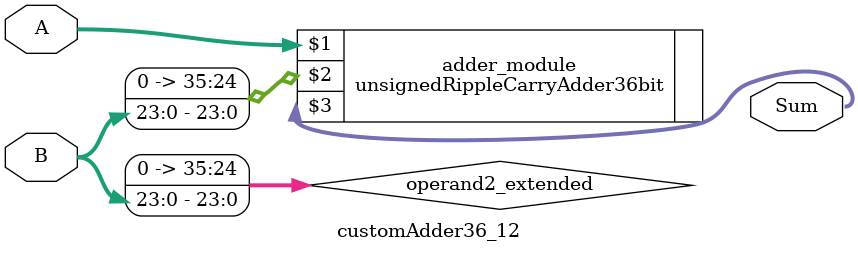
<source format=v>
module customAdder36_12(
                        input [35 : 0] A,
                        input [23 : 0] B,
                        
                        output [36 : 0] Sum
                );

        wire [35 : 0] operand2_extended;
        
        assign operand2_extended =  {12'b0, B};
        
        unsignedRippleCarryAdder36bit adder_module(
            A,
            operand2_extended,
            Sum
        );
        
        endmodule
        
</source>
